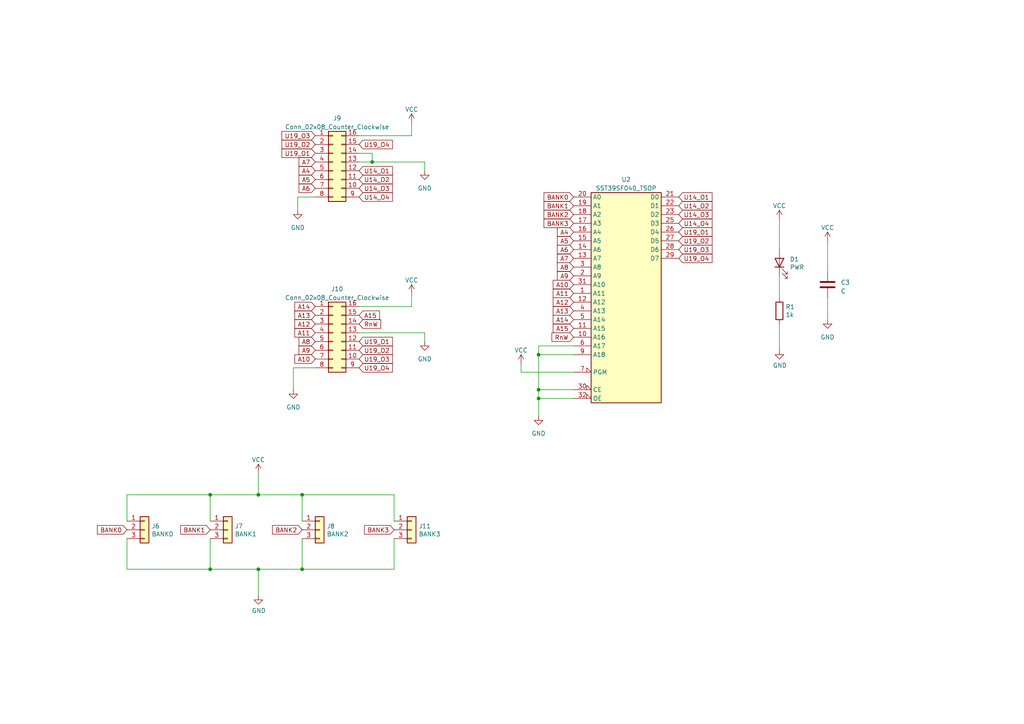
<source format=kicad_sch>
(kicad_sch (version 20230121) (generator eeschema)
  (paper "A4")
  (lib_symbols
    (symbol "CommonProjectLibrary:SST39SF040_TSOP"
      (property "Reference" "U" (at 2.54 33.02 0))
      (property "Value" "SST39SF040_TSOP" (at 0 -30.48 0))
      (symbol "SST39SF040_TSOP_0_0"
        (pin power_in line (at 0 -30.48 90) (length 1.27) hide (name "GND") (number "24"))
        (pin power_in line (at 0 33.02 270) (length 1.27) hide (name "VCC") (number "8"))
      )
      (symbol "SST39SF040_TSOP_0_1"
        (rectangle (start -10.16 31.75) (end 10.16 -29.21) (stroke (width 0.254)) (fill (type background)))
      )
      (symbol "SST39SF040_TSOP_1_1"
        (pin input line (at -15.24 2.54 0) (length 5.08) (name "A11") (number "1"))
        (pin input line (at -15.24 -10.16 0) (length 5.08) (name "A16") (number "10"))
        (pin input line (at -15.24 -7.62 0) (length 5.08) (name "A15") (number "11"))
        (pin input line (at -15.24 0 0) (length 5.08) (name "A12") (number "12"))
        (pin input line (at -15.24 12.7 0) (length 5.08) (name "A7") (number "13"))
        (pin input line (at -15.24 15.24 0) (length 5.08) (name "A6") (number "14"))
        (pin input line (at -15.24 17.78 0) (length 5.08) (name "A5") (number "15"))
        (pin input line (at -15.24 20.32 0) (length 5.08) (name "A4") (number "16"))
        (pin input line (at -15.24 22.86 0) (length 5.08) (name "A3") (number "17"))
        (pin input line (at -15.24 25.4 0) (length 5.08) (name "A2") (number "18"))
        (pin input line (at -15.24 27.94 0) (length 5.08) (name "A1") (number "19"))
        (pin input line (at -15.24 7.62 0) (length 5.08) (name "A9") (number "2"))
        (pin input line (at -15.24 30.48 0) (length 5.08) (name "A0") (number "20"))
        (pin tri_state line (at 15.24 30.48 180) (length 5.08) (name "D0") (number "21"))
        (pin tri_state line (at 15.24 27.94 180) (length 5.08) (name "D1") (number "22"))
        (pin tri_state line (at 15.24 25.4 180) (length 5.08) (name "D2") (number "23"))
        (pin tri_state line (at 15.24 22.86 180) (length 5.08) (name "D3") (number "25"))
        (pin tri_state line (at 15.24 20.32 180) (length 5.08) (name "D4") (number "26"))
        (pin tri_state line (at 15.24 17.78 180) (length 5.08) (name "D5") (number "27"))
        (pin tri_state line (at 15.24 15.24 180) (length 5.08) (name "D6") (number "28"))
        (pin tri_state line (at 15.24 12.7 180) (length 5.08) (name "D7") (number "29"))
        (pin input line (at -15.24 10.16 0) (length 5.08) (name "A8") (number "3"))
        (pin input input_low (at -15.24 -25.4 0) (length 5.08) (name "CE") (number "30"))
        (pin input line (at -15.24 5.08 0) (length 5.08) (name "A10") (number "31"))
        (pin input input_low (at -15.24 -27.94 0) (length 5.08) (name "OE") (number "32"))
        (pin input line (at -15.24 -2.54 0) (length 5.08) (name "A13") (number "4"))
        (pin input line (at -15.24 -5.08 0) (length 5.08) (name "A14") (number "5"))
        (pin input line (at -15.24 -12.7 0) (length 5.08) (name "A17") (number "6"))
        (pin input input_low (at -15.24 -20.32 0) (length 5.08) (name "PGM") (number "7"))
        (pin input line (at -15.24 -15.24 0) (length 5.08) (name "A18") (number "9"))
      )
    )
    (symbol "Connector_Generic:Conn_01x03" (pin_names (offset 1.016) hide)
      (property "Reference" "J" (at 0 5.08 0))
      (property "Value" "Conn_01x03" (at 0 -5.08 0))
      (symbol "Conn_01x03_1_1"
        (rectangle (start -1.27 -2.413) (end 0 -2.667) (stroke (width 0.1524)))
        (rectangle (start -1.27 0.127) (end 0 -0.127) (stroke (width 0.1524)))
        (rectangle (start -1.27 2.667) (end 0 2.413) (stroke (width 0.1524)))
        (rectangle (start -1.27 3.81) (end 1.27 -3.81) (stroke (width 0.254)) (fill (type background)))
        (pin passive line (at -5.08 2.54 0) (length 3.81) (name "Pin_1") (number "1"))
        (pin passive line (at -5.08 0 0) (length 3.81) (name "Pin_2") (number "2"))
        (pin passive line (at -5.08 -2.54 0) (length 3.81) (name "Pin_3") (number "3"))
      )
    )
    (symbol "Connector_Generic:Conn_02x08_Counter_Clockwise" (pin_names (offset 1.016) hide)
      (property "Reference" "J" (at 1.27 10.16 0))
      (property "Value" "Conn_02x08_Counter_Clockwise" (at 1.27 -12.7 0))
      (symbol "Conn_02x08_Counter_Clockwise_1_1"
        (rectangle (start -1.27 -10.033) (end 0 -10.287) (stroke (width 0.1524)))
        (rectangle (start -1.27 -7.493) (end 0 -7.747) (stroke (width 0.1524)))
        (rectangle (start -1.27 -4.953) (end 0 -5.207) (stroke (width 0.1524)))
        (rectangle (start -1.27 -2.413) (end 0 -2.667) (stroke (width 0.1524)))
        (rectangle (start -1.27 0.127) (end 0 -0.127) (stroke (width 0.1524)))
        (rectangle (start -1.27 2.667) (end 0 2.413) (stroke (width 0.1524)))
        (rectangle (start -1.27 5.207) (end 0 4.953) (stroke (width 0.1524)))
        (rectangle (start -1.27 7.747) (end 0 7.493) (stroke (width 0.1524)))
        (rectangle (start -1.27 8.89) (end 3.81 -11.43) (stroke (width 0.254)) (fill (type background)))
        (rectangle (start 3.81 -10.033) (end 2.54 -10.287) (stroke (width 0.1524)))
        (rectangle (start 3.81 -7.493) (end 2.54 -7.747) (stroke (width 0.1524)))
        (rectangle (start 3.81 -4.953) (end 2.54 -5.207) (stroke (width 0.1524)))
        (rectangle (start 3.81 -2.413) (end 2.54 -2.667) (stroke (width 0.1524)))
        (rectangle (start 3.81 0.127) (end 2.54 -0.127) (stroke (width 0.1524)))
        (rectangle (start 3.81 2.667) (end 2.54 2.413) (stroke (width 0.1524)))
        (rectangle (start 3.81 5.207) (end 2.54 4.953) (stroke (width 0.1524)))
        (rectangle (start 3.81 7.747) (end 2.54 7.493) (stroke (width 0.1524)))
        (pin passive line (at -5.08 7.62 0) (length 3.81) (name "Pin_1") (number "1"))
        (pin passive line (at 7.62 -7.62 180) (length 3.81) (name "Pin_10") (number "10"))
        (pin passive line (at 7.62 -5.08 180) (length 3.81) (name "Pin_11") (number "11"))
        (pin passive line (at 7.62 -2.54 180) (length 3.81) (name "Pin_12") (number "12"))
        (pin passive line (at 7.62 0 180) (length 3.81) (name "Pin_13") (number "13"))
        (pin passive line (at 7.62 2.54 180) (length 3.81) (name "Pin_14") (number "14"))
        (pin passive line (at 7.62 5.08 180) (length 3.81) (name "Pin_15") (number "15"))
        (pin passive line (at 7.62 7.62 180) (length 3.81) (name "Pin_16") (number "16"))
        (pin passive line (at -5.08 5.08 0) (length 3.81) (name "Pin_2") (number "2"))
        (pin passive line (at -5.08 2.54 0) (length 3.81) (name "Pin_3") (number "3"))
        (pin passive line (at -5.08 0 0) (length 3.81) (name "Pin_4") (number "4"))
        (pin passive line (at -5.08 -2.54 0) (length 3.81) (name "Pin_5") (number "5"))
        (pin passive line (at -5.08 -5.08 0) (length 3.81) (name "Pin_6") (number "6"))
        (pin passive line (at -5.08 -7.62 0) (length 3.81) (name "Pin_7") (number "7"))
        (pin passive line (at -5.08 -10.16 0) (length 3.81) (name "Pin_8") (number "8"))
        (pin passive line (at 7.62 -10.16 180) (length 3.81) (name "Pin_9") (number "9"))
      )
    )
    (symbol "Device:C" (pin_numbers hide) (pin_names (offset 0.254))
      (property "Reference" "C" (at 0.635 2.54 0))
      (property "Value" "C" (at 0.635 -2.54 0))
      (symbol "C_0_1"
        (polyline (pts (xy -2.032 -0.762) (xy 2.032 -0.762)) (stroke (width 0.508)))
        (polyline (pts (xy -2.032 0.762) (xy 2.032 0.762)) (stroke (width 0.508)))
      )
      (symbol "C_1_1"
        (pin passive line (at 0 3.81 270) (length 2.794) (name "~") (number "1"))
        (pin passive line (at 0 -3.81 90) (length 2.794) (name "~") (number "2"))
      )
    )
    (symbol "Device:LED" (pin_numbers hide) (pin_names (offset 1.016) hide)
      (property "Reference" "D" (at 0 2.54 0))
      (property "Value" "LED" (at 0 -2.54 0))
      (symbol "LED_0_1"
        (polyline (pts (xy -1.27 -1.27) (xy -1.27 1.27)) (stroke (width 0.254)))
        (polyline (pts (xy -1.27 0) (xy 1.27 0)))
        (polyline (pts (xy 1.27 -1.27) (xy 1.27 1.27) (xy -1.27 0) (xy 1.27 -1.27)) (stroke (width 0.254)))
        (polyline (pts (xy -3.048 -0.762) (xy -4.572 -2.286) (xy -3.81 -2.286) (xy -4.572 -2.286) (xy -4.572 -1.524)))
        (polyline (pts (xy -1.778 -0.762) (xy -3.302 -2.286) (xy -2.54 -2.286) (xy -3.302 -2.286) (xy -3.302 -1.524)))
      )
      (symbol "LED_1_1"
        (pin passive line (at -3.81 0 0) (length 2.54) (name "K") (number "1"))
        (pin passive line (at 3.81 0 180) (length 2.54) (name "A") (number "2"))
      )
    )
    (symbol "Device:R" (pin_numbers hide) (pin_names (offset 0))
      (property "Reference" "R" (at 2.032 0 90))
      (property "Value" "R" (at 0 0 90))
      (symbol "R_0_1"
        (rectangle (start -1.016 -2.54) (end 1.016 2.54) (stroke (width 0.254)))
      )
      (symbol "R_1_1"
        (pin passive line (at 0 3.81 270) (length 1.27) (name "~") (number "1"))
        (pin passive line (at 0 -3.81 90) (length 1.27) (name "~") (number "2"))
      )
    )
    (symbol "power:GND" (power) (pin_names (offset 0))
      (property "Value" "GND" (at 0 -3.81 0))
      (symbol "GND_0_1"
        (polyline (pts (xy 0 0) (xy 0 -1.27) (xy 1.27 -1.27) (xy 0 -2.54) (xy -1.27 -1.27) (xy 0 -1.27)))
      )
      (symbol "GND_1_1"
        (pin power_in line (at 0 0 270) (length 0) hide (name "GND") (number "1"))
      )
    )
    (symbol "power:VCC" (power) (pin_names (offset 0))
      (property "Value" "VCC" (at 0 3.81 0))
      (symbol "VCC_0_1"
        (polyline (pts (xy -0.762 1.27) (xy 0 2.54)))
        (polyline (pts (xy 0 0) (xy 0 2.54)))
        (polyline (pts (xy 0 2.54) (xy 0.762 1.27)))
      )
      (symbol "VCC_1_1"
        (pin power_in line (at 0 0 90) (length 0) hide (name "VCC") (number "1"))
      )
    )
  )
  (junction (at 87.63 143.51))
  (junction (at 60.96 143.51))
  (junction (at 74.93 143.51))
  (junction (at 156.21 113.03))
  (junction (at 156.21 102.87))
  (junction (at 60.96 165.1))
  (junction (at 107.95 46.99))
  (junction (at 87.63 165.1))
  (junction (at 74.93 165.1))
  (junction (at 156.21 115.57))
  (wire (pts (xy 151.13 107.95) (xy 151.13 105.41)))
  (wire (pts (xy 156.21 100.33) (xy 166.37 100.33)))
  (wire (pts (xy 226.06 93.98) (xy 226.06 101.6)))
  (wire (pts (xy 119.38 88.9) (xy 119.38 85.09)))
  (wire (pts (xy 114.3 156.21) (xy 114.3 165.1)))
  (wire (pts (xy 74.93 137.16) (xy 74.93 143.51)))
  (wire (pts (xy 60.96 156.21) (xy 60.96 165.1)))
  (wire (pts (xy 114.3 151.13) (xy 114.3 143.51)))
  (wire (pts (xy 123.19 96.52) (xy 123.19 99.06)))
  (wire (pts (xy 91.44 106.68) (xy 85.09 106.68)))
  (wire (pts (xy 36.83 151.13) (xy 36.83 143.51)))
  (wire (pts (xy 240.03 69.85) (xy 240.03 78.74)))
  (wire (pts (xy 74.93 165.1) (xy 60.96 165.1)))
  (wire (pts (xy 74.93 172.72) (xy 74.93 165.1)))
  (wire (pts (xy 226.06 63.5) (xy 226.06 72.39)))
  (wire (pts (xy 240.03 86.36) (xy 240.03 92.71)))
  (wire (pts (xy 60.96 143.51) (xy 36.83 143.51)))
  (wire (pts (xy 166.37 102.87) (xy 156.21 102.87)))
  (wire (pts (xy 226.06 80.01) (xy 226.06 86.36)))
  (wire (pts (xy 91.44 57.15) (xy 86.36 57.15)))
  (wire (pts (xy 123.19 46.99) (xy 123.19 49.53)))
  (wire (pts (xy 107.95 46.99) (xy 123.19 46.99)))
  (wire (pts (xy 85.09 106.68) (xy 85.09 113.03)))
  (wire (pts (xy 104.14 39.37) (xy 119.38 39.37)))
  (wire (pts (xy 156.21 113.03) (xy 156.21 115.57)))
  (wire (pts (xy 119.38 39.37) (xy 119.38 35.56)))
  (wire (pts (xy 114.3 165.1) (xy 87.63 165.1)))
  (wire (pts (xy 87.63 165.1) (xy 74.93 165.1)))
  (wire (pts (xy 60.96 151.13) (xy 60.96 143.51)))
  (wire (pts (xy 166.37 115.57) (xy 156.21 115.57)))
  (wire (pts (xy 104.14 96.52) (xy 123.19 96.52)))
  (wire (pts (xy 156.21 102.87) (xy 156.21 100.33)))
  (wire (pts (xy 104.14 46.99) (xy 107.95 46.99)))
  (wire (pts (xy 87.63 156.21) (xy 87.63 165.1)))
  (wire (pts (xy 86.36 57.15) (xy 86.36 60.96)))
  (wire (pts (xy 87.63 143.51) (xy 74.93 143.51)))
  (wire (pts (xy 104.14 88.9) (xy 119.38 88.9)))
  (wire (pts (xy 36.83 156.21) (xy 36.83 165.1)))
  (wire (pts (xy 166.37 113.03) (xy 156.21 113.03)))
  (wire (pts (xy 87.63 151.13) (xy 87.63 143.51)))
  (wire (pts (xy 107.95 44.45) (xy 107.95 46.99)))
  (wire (pts (xy 114.3 143.51) (xy 87.63 143.51)))
  (wire (pts (xy 104.14 44.45) (xy 107.95 44.45)))
  (wire (pts (xy 60.96 165.1) (xy 36.83 165.1)))
  (wire (pts (xy 156.21 115.57) (xy 156.21 120.65)))
  (wire (pts (xy 74.93 143.51) (xy 60.96 143.51)))
  (wire (pts (xy 156.21 113.03) (xy 156.21 102.87)))
  (wire (pts (xy 151.13 107.95) (xy 166.37 107.95)))
  (global_label "A9" (shape input) (at 166.37 80.01 180) (property "Intersheetrefs" "${INTERSHEET_REFS}" (effects hide)))
  (global_label "BANK2" (shape input) (at 87.63 153.67 180) (property "Intersheetrefs" "${INTERSHEET_REFS}" (effects hide)))
  (global_label "BANK0" (shape input) (at 166.37 57.15 180) (property "Intersheetrefs" "${INTERSHEET_REFS}" (effects hide)))
  (global_label "BANK2" (shape input) (at 166.37 62.23 180) (property "Intersheetrefs" "${INTERSHEET_REFS}" (effects hide)))
  (global_label "RnW" (shape input) (at 166.37 97.79 180) (property "Intersheetrefs" "${INTERSHEET_REFS}" (effects hide)))
  (global_label "U14_O4" (shape input) (at 104.14 57.15 0) (property "Intersheetrefs" "${INTERSHEET_REFS}" (effects hide)))
  (global_label "U19_O3" (shape input) (at 91.44 39.37 180) (property "Intersheetrefs" "${INTERSHEET_REFS}" (effects hide)))
  (global_label "RnW" (shape input) (at 104.14 93.98 0) (property "Intersheetrefs" "${INTERSHEET_REFS}" (effects hide)))
  (global_label "A9" (shape input) (at 91.44 101.6 180) (property "Intersheetrefs" "${INTERSHEET_REFS}" (effects hide)))
  (global_label "A7" (shape input) (at 91.44 46.99 180) (property "Intersheetrefs" "${INTERSHEET_REFS}" (effects hide)))
  (global_label "A12" (shape input) (at 91.44 93.98 180) (property "Intersheetrefs" "${INTERSHEET_REFS}" (effects hide)))
  (global_label "A10" (shape input) (at 91.44 104.14 180) (property "Intersheetrefs" "${INTERSHEET_REFS}" (effects hide)))
  (global_label "A8" (shape input) (at 166.37 77.47 180) (property "Intersheetrefs" "${INTERSHEET_REFS}" (effects hide)))
  (global_label "A14" (shape input) (at 91.44 88.9 180) (property "Intersheetrefs" "${INTERSHEET_REFS}" (effects hide)))
  (global_label "U19_O3" (shape input) (at 104.14 104.14 0) (property "Intersheetrefs" "${INTERSHEET_REFS}" (effects hide)))
  (global_label "U19_O2" (shape input) (at 91.44 41.91 180) (property "Intersheetrefs" "${INTERSHEET_REFS}" (effects hide)))
  (global_label "U19_O1" (shape input) (at 91.44 44.45 180) (property "Intersheetrefs" "${INTERSHEET_REFS}" (effects hide)))
  (global_label "A5" (shape input) (at 166.37 69.85 180) (property "Intersheetrefs" "${INTERSHEET_REFS}" (effects hide)))
  (global_label "U19_O1" (shape input) (at 196.85 67.31 0) (property "Intersheetrefs" "${INTERSHEET_REFS}" (effects hide)))
  (global_label "U19_O1" (shape input) (at 104.14 99.06 0) (property "Intersheetrefs" "${INTERSHEET_REFS}" (effects hide)))
  (global_label "U14_O3" (shape input) (at 104.14 54.61 0) (property "Intersheetrefs" "${INTERSHEET_REFS}" (effects hide)))
  (global_label "U14_O1" (shape input) (at 104.14 49.53 0) (property "Intersheetrefs" "${INTERSHEET_REFS}" (effects hide)))
  (global_label "A15" (shape input) (at 166.37 95.25 180) (property "Intersheetrefs" "${INTERSHEET_REFS}" (effects hide)))
  (global_label "A13" (shape input) (at 91.44 91.44 180) (property "Intersheetrefs" "${INTERSHEET_REFS}" (effects hide)))
  (global_label "A5" (shape input) (at 91.44 52.07 180) (property "Intersheetrefs" "${INTERSHEET_REFS}" (effects hide)))
  (global_label "A6" (shape input) (at 166.37 72.39 180) (property "Intersheetrefs" "${INTERSHEET_REFS}" (effects hide)))
  (global_label "U19_O3" (shape input) (at 196.85 72.39 0) (property "Intersheetrefs" "${INTERSHEET_REFS}" (effects hide)))
  (global_label "A4" (shape input) (at 91.44 49.53 180) (property "Intersheetrefs" "${INTERSHEET_REFS}" (effects hide)))
  (global_label "A11" (shape input) (at 166.37 85.09 180) (property "Intersheetrefs" "${INTERSHEET_REFS}" (effects hide)))
  (global_label "U19_O4" (shape input) (at 104.14 41.91 0) (property "Intersheetrefs" "${INTERSHEET_REFS}" (effects hide)))
  (global_label "U14_O2" (shape input) (at 104.14 52.07 0) (property "Intersheetrefs" "${INTERSHEET_REFS}" (effects hide)))
  (global_label "A4" (shape input) (at 166.37 67.31 180) (property "Intersheetrefs" "${INTERSHEET_REFS}" (effects hide)))
  (global_label "A15" (shape input) (at 104.14 91.44 0) (property "Intersheetrefs" "${INTERSHEET_REFS}" (effects hide)))
  (global_label "A11" (shape input) (at 91.44 96.52 180) (property "Intersheetrefs" "${INTERSHEET_REFS}" (effects hide)))
  (global_label "U14_O3" (shape input) (at 196.85 62.23 0) (property "Intersheetrefs" "${INTERSHEET_REFS}" (effects hide)))
  (global_label "A13" (shape input) (at 166.37 90.17 180) (property "Intersheetrefs" "${INTERSHEET_REFS}" (effects hide)))
  (global_label "U14_O4" (shape input) (at 196.85 64.77 0) (property "Intersheetrefs" "${INTERSHEET_REFS}" (effects hide)))
  (global_label "U19_O4" (shape input) (at 104.14 106.68 0) (property "Intersheetrefs" "${INTERSHEET_REFS}" (effects hide)))
  (global_label "A10" (shape input) (at 166.37 82.55 180) (property "Intersheetrefs" "${INTERSHEET_REFS}" (effects hide)))
  (global_label "BANK3" (shape input) (at 166.37 64.77 180) (property "Intersheetrefs" "${INTERSHEET_REFS}" (effects hide)))
  (global_label "U14_O2" (shape input) (at 196.85 59.69 0) (property "Intersheetrefs" "${INTERSHEET_REFS}" (effects hide)))
  (global_label "A7" (shape input) (at 166.37 74.93 180) (property "Intersheetrefs" "${INTERSHEET_REFS}" (effects hide)))
  (global_label "U19_O2" (shape input) (at 196.85 69.85 0) (property "Intersheetrefs" "${INTERSHEET_REFS}" (effects hide)))
  (global_label "U14_O1" (shape input) (at 196.85 57.15 0) (property "Intersheetrefs" "${INTERSHEET_REFS}" (effects hide)))
  (global_label "A8" (shape input) (at 91.44 99.06 180) (property "Intersheetrefs" "${INTERSHEET_REFS}" (effects hide)))
  (global_label "BANK0" (shape input) (at 36.83 153.67 180) (property "Intersheetrefs" "${INTERSHEET_REFS}" (effects hide)))
  (global_label "BANK1" (shape input) (at 166.37 59.69 180) (property "Intersheetrefs" "${INTERSHEET_REFS}" (effects hide)))
  (global_label "A6" (shape input) (at 91.44 54.61 180) (property "Intersheetrefs" "${INTERSHEET_REFS}" (effects hide)))
  (global_label "U19_O2" (shape input) (at 104.14 101.6 0) (property "Intersheetrefs" "${INTERSHEET_REFS}" (effects hide)))
  (global_label "A14" (shape input) (at 166.37 92.71 180) (property "Intersheetrefs" "${INTERSHEET_REFS}" (effects hide)))
  (global_label "BANK3" (shape input) (at 114.3 153.67 180) (property "Intersheetrefs" "${INTERSHEET_REFS}" (effects hide)))
  (global_label "U19_O4" (shape input) (at 196.85 74.93 0) (property "Intersheetrefs" "${INTERSHEET_REFS}" (effects hide)))
  (global_label "A12" (shape input) (at 166.37 87.63 180) (property "Intersheetrefs" "${INTERSHEET_REFS}" (effects hide)))
  (global_label "BANK1" (shape input) (at 60.96 153.67 180) (property "Intersheetrefs" "${INTERSHEET_REFS}" (effects hide)))
  (symbol (lib_id "power:GND") (at 74.93 172.72 0) (unit 1)
    (property "Reference" "#PWR019" (effects hide))
    (property "Value" "GND" (at 75.057 177.1142 0))
    (instances (project "DataIOROM" (path "" (reference "#PWR019") (unit 1)) (path "" (reference "#PWR019") (unit 1))) (project "DataIODecode" (path "" (reference "#PWR013") (unit 1))) (project "memory" (path "" (reference "#PWR?") (unit 1)) (path "" (reference "#PWR?") (unit 1)) (path "" (reference "#PWR0102") (unit 1))))
  )
  (symbol (lib_id "power:GND") (at 86.36 60.96 0) (unit 1)
    (property "Reference" "#PWR021" (effects hide))
    (property "Value" "GND" (at 86.36 66.04 0))
    (instances (project "DataIOROM" (path "" (reference "#PWR021") (unit 1)) (path "" (reference "#PWR021") (unit 1))) (project "DataIODecode" (path "" (reference "#PWR07") (unit 1))))
  )
  (symbol (lib_id "power:GND") (at 85.09 113.03 0) (unit 1)
    (property "Reference" "#PWR020" (effects hide))
    (property "Value" "GND" (at 85.09 118.11 0))
    (instances (project "DataIOROM" (path "" (reference "#PWR020") (unit 1)) (path "" (reference "#PWR020") (unit 1))) (project "DataIODecode" (path "" (reference "#PWR01") (unit 1))))
  )
  (symbol (lib_id "Connector_Generic:Conn_02x08_Counter_Clockwise") (at 96.52 46.99 0) (unit 1)
    (property "Reference" "J9" (at 97.79 34.29 0))
    (property "Value" "Conn_02x08_Counter_Clockwise" (at 97.79 36.83 0))
    (property "Footprint" "Package_DIP:DIP-16_W7.62mm" (effects hide))
    (instances (project "DataIOROM" (path "" (reference "J9") (unit 1)) (path "" (reference "U14") (unit 1))) (project "DataIODecode" (path "" (reference "J14") (unit 1))))
  )
  (symbol (lib_id "power:GND") (at 240.03 92.71 0) (unit 1)
    (property "Reference" "#PWR033" (effects hide))
    (property "Value" "GND" (at 240.03 97.79 0))
    (instances (project "DataIOROM" (path "" (reference "#PWR033") (unit 1)) (path "" (reference "#PWR033") (unit 1))) (project "DataIODecode" (path "" (reference "#PWR02") (unit 1))))
  )
  (symbol (lib_id "power:VCC") (at 119.38 85.09 0) (unit 1)
    (property "Reference" "#PWR014" (effects hide))
    (property "Value" "VCC" (at 119.38 81.28 0))
    (instances (project "DataIOROM" (path "" (reference "#PWR014") (unit 1)) (path "" (reference "#PWR015") (unit 1))))
  )
  (symbol (lib_id "Connector_Generic:Conn_02x08_Counter_Clockwise") (at 96.52 96.52 0) (unit 1)
    (property "Reference" "J10" (at 97.79 83.82 0))
    (property "Value" "Conn_02x08_Counter_Clockwise" (at 97.79 86.36 0))
    (property "Footprint" "Package_DIP:DIP-16_W7.62mm" (effects hide))
    (instances (project "DataIOROM" (path "" (reference "J10") (unit 1)) (path "" (reference "U19") (unit 1))) (project "DataIODecode" (path "" (reference "J19") (unit 1))))
  )
  (symbol (lib_id "Device:R") (at 226.06 90.17 0) (unit 1)
    (property "Reference" "R1" (at 227.838 89.0016 0) (effects (justify left)))
    (property "Value" "1k" (at 227.838 91.313 0) (effects (justify left)))
    (property "Footprint" "Resistor_SMD:R_0603_1608Metric" (effects hide))
    (instances (project "DataIOROM" (path "" (reference "R1") (unit 1)) (path "" (reference "R1") (unit 1))) (project "DataIODecode" (path "" (reference "R1") (unit 1))) (project "memory" (path "" (reference "R?") (unit 1)) (path "" (reference "R?") (unit 1)) (path "" (reference "R1") (unit 1))))
  )
  (symbol (lib_id "power:GND") (at 123.19 99.06 0) (unit 1)
    (property "Reference" "#PWR025" (effects hide))
    (property "Value" "GND" (at 123.19 104.14 0))
    (instances (project "DataIOROM" (path "" (reference "#PWR025") (unit 1)) (path "" (reference "#PWR025") (unit 1))) (project "DataIODecode" (path "" (reference "#PWR08") (unit 1))))
  )
  (symbol (lib_id "power:VCC") (at 74.93 137.16 0) (unit 1)
    (property "Reference" "#PWR014" (effects hide))
    (property "Value" "VCC" (at 74.93 133.35 0))
  )
  (symbol (lib_id "Connector_Generic:Conn_01x03") (at 119.38 153.67 0) (unit 1)
    (property "Reference" "J11" (at 121.412 152.6032 0) (effects (justify left)))
    (property "Value" "BANK3" (at 121.412 154.9146 0) (effects (justify left)))
    (property "Footprint" "project-common:JP2_Arrow" (effects hide))
    (instances (project "DataIOROM" (path "" (reference "J11") (unit 1)) (path "" (reference "J11") (unit 1))) (project "DataIODecode" (path "" (reference "J4") (unit 1))) (project "memory" (path "" (reference "J2") (unit 1)) (path "" (reference "J?") (unit 1))))
  )
  (symbol (lib_id "Connector_Generic:Conn_01x03") (at 41.91 153.67 0) (unit 1)
    (property "Reference" "J6" (at 43.942 152.6032 0) (effects (justify left)))
    (property "Value" "BANK0" (at 43.942 154.9146 0) (effects (justify left)))
    (property "Footprint" "project-common:JP2_Arrow" (effects hide))
    (instances (project "DataIOROM" (path "" (reference "J6") (unit 1)) (path "" (reference "J6") (unit 1))) (project "DataIODecode" (path "" (reference "J1") (unit 1))) (project "memory" (path "" (reference "J4") (unit 1)) (path "" (reference "J?") (unit 1))))
  )
  (symbol (lib_id "Connector_Generic:Conn_01x03") (at 66.04 153.67 0) (unit 1)
    (property "Reference" "J7" (at 68.072 152.6032 0) (effects (justify left)))
    (property "Value" "BANK1" (at 68.072 154.9146 0) (effects (justify left)))
    (property "Footprint" "project-common:JP2_Arrow" (effects hide))
    (instances (project "DataIOROM" (path "" (reference "J7") (unit 1)) (path "" (reference "J7") (unit 1))) (project "DataIODecode" (path "" (reference "J2") (unit 1))) (project "memory" (path "" (reference "J7") (unit 1)) (path "" (reference "J?") (unit 1))))
  )
  (symbol (lib_id "power:VCC") (at 240.03 69.85 0) (unit 1)
    (property "Reference" "#PWR014" (effects hide))
    (property "Value" "VCC" (at 240.03 66.04 0))
    (instances (project "DataIOROM" (path "" (reference "#PWR014") (unit 1)) (path "" (reference "#PWR022") (unit 1))))
  )
  (symbol (lib_id "power:GND") (at 123.19 49.53 0) (unit 1)
    (property "Reference" "#PWR024" (effects hide))
    (property "Value" "GND" (at 123.19 54.61 0))
    (instances (project "DataIOROM" (path "" (reference "#PWR024") (unit 1)) (path "" (reference "#PWR024") (unit 1))) (project "DataIODecode" (path "" (reference "#PWR06") (unit 1))))
  )
  (symbol (lib_id "Connector_Generic:Conn_01x03") (at 92.71 153.67 0) (unit 1)
    (property "Reference" "J8" (at 94.742 152.6032 0) (effects (justify left)))
    (property "Value" "BANK2" (at 94.742 154.9146 0) (effects (justify left)))
    (property "Footprint" "project-common:JP2_Arrow" (effects hide))
    (instances (project "DataIOROM" (path "" (reference "J8") (unit 1)) (path "" (reference "J8") (unit 1))) (project "DataIODecode" (path "" (reference "J3") (unit 1))) (project "memory" (path "" (reference "J10") (unit 1)) (path "" (reference "J?") (unit 1))))
  )
  (symbol (lib_id "power:GND") (at 226.06 101.6 0) (unit 1)
    (property "Reference" "#PWR031" (effects hide))
    (property "Value" "GND" (at 226.187 105.9942 0))
    (instances (project "DataIOROM" (path "" (reference "#PWR031") (unit 1)) (path "" (reference "#PWR031") (unit 1))) (project "DataIODecode" (path "" (reference "#PWR011") (unit 1))) (project "memory" (path "" (reference "#PWR?") (unit 1)) (path "" (reference "#PWR?") (unit 1)) (path "" (reference "#PWR0102") (unit 1))))
  )
  (symbol (lib_id "Device:C") (at 240.03 82.55 0) (unit 1)
    (property "Reference" "C3" (at 243.84 81.915 0) (effects (justify left)))
    (property "Value" "C" (at 243.84 84.455 0) (effects (justify left)))
    (property "Footprint" "Capacitor_SMD:C_0603_1608Metric" (effects hide))
    (instances (project "DataIOROM" (path "" (reference "C3") (unit 1)) (path "" (reference "C3") (unit 1))) (project "DataIODecode" (path "" (reference "C1") (unit 1))))
  )
  (symbol (lib_id "power:VCC") (at 226.06 63.5 0) (unit 1)
    (property "Reference" "#PWR014" (effects hide))
    (property "Value" "VCC" (at 226.06 59.69 0))
    (instances (project "DataIOROM" (path "" (reference "#PWR014") (unit 1)) (path "" (reference "#PWR018") (unit 1))))
  )
  (symbol (lib_id "power:GND") (at 156.21 120.65 0) (unit 1)
    (property "Reference" "#PWR027" (effects hide))
    (property "Value" "GND" (at 156.21 125.73 0))
    (instances (project "DataIOROM" (path "" (reference "#PWR027") (unit 1)) (path "" (reference "#PWR027") (unit 1))) (project "DataIODecode" (path "" (reference "#PWR05") (unit 1))))
  )
  (symbol (lib_id "Device:LED") (at 226.06 76.2 90) (unit 1)
    (property "Reference" "D1" (at 229.0572 75.2094 90) (effects (justify right)))
    (property "Value" "PWR" (at 229.0572 77.5208 90) (effects (justify right)))
    (property "Footprint" "LED_SMD:LED_0603_1608Metric" (effects hide))
    (instances (project "DataIOROM" (path "" (reference "D1") (unit 1)) (path "" (reference "D1") (unit 1))) (project "DataIODecode" (path "" (reference "D1") (unit 1))) (project "memory" (path "" (reference "D?") (unit 1)) (path "" (reference "D?") (unit 1)) (path "" (reference "D1") (unit 1))))
  )
  (symbol (lib_id "power:VCC") (at 119.38 35.56 0) (unit 1)
    (property "Reference" "#PWR014" (effects hide))
    (property "Value" "VCC" (at 119.38 31.75 0))
    (instances (project "DataIOROM" (path "" (reference "#PWR014") (unit 1)) (path "" (reference "#PWR016") (unit 1))))
  )
  (symbol (lib_id "power:VCC") (at 151.13 105.41 0) (unit 1)
    (property "Reference" "#PWR014" (effects hide))
    (property "Value" "VCC" (at 151.13 101.6 0))
    (instances (project "DataIOROM" (path "" (reference "#PWR014") (unit 1)) (path "" (reference "#PWR023") (unit 1))))
  )
  (symbol (lib_id "CommonProjectLibrary:SST39SF040_TSOP") (at 181.61 87.63 0) (unit 1)
    (property "Reference" "U2" (at 181.61 52.07 0))
    (property "Value" "SST39SF040_TSOP" (at 181.61 54.61 0))
    (property "Footprint" "project-common:TSOP-I-32_14mmx8mm_P0.5mm" (effects hide))
    (property "Datasheet" "http://ww1.microchip.com/downloads/en/DeviceDoc/25022B.pdf" (effects hide))
    (instances (project "DataIOROM" (path "" (reference "U2") (unit 1)) (path "" (reference "U1") (unit 1))) (project "DataIODecode" (path "" (reference "U1") (unit 1))))
  )
)
</source>
